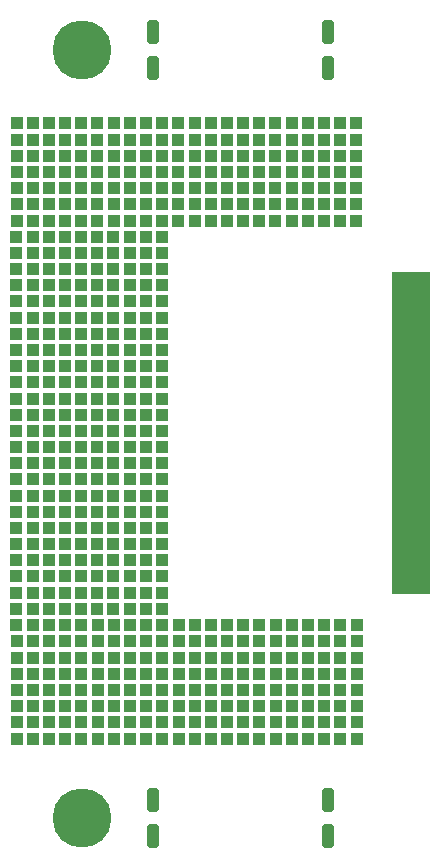
<source format=gbs>
%TF.GenerationSoftware,KiCad,Pcbnew,8.0.4*%
%TF.CreationDate,2025-01-31T00:42:38+01:00*%
%TF.ProjectId,uconsole-expansion-card-template,75636f6e-736f-46c6-952d-657870616e73,0.1*%
%TF.SameCoordinates,Original*%
%TF.FileFunction,Soldermask,Bot*%
%TF.FilePolarity,Negative*%
%FSLAX46Y46*%
G04 Gerber Fmt 4.6, Leading zero omitted, Abs format (unit mm)*
G04 Created by KiCad (PCBNEW 8.0.4) date 2025-01-31 00:42:38*
%MOMM*%
%LPD*%
G01*
G04 APERTURE LIST*
G04 Aperture macros list*
%AMRoundRect*
0 Rectangle with rounded corners*
0 $1 Rounding radius*
0 $2 $3 $4 $5 $6 $7 $8 $9 X,Y pos of 4 corners*
0 Add a 4 corners polygon primitive as box body*
4,1,4,$2,$3,$4,$5,$6,$7,$8,$9,$2,$3,0*
0 Add four circle primitives for the rounded corners*
1,1,$1+$1,$2,$3*
1,1,$1+$1,$4,$5*
1,1,$1+$1,$6,$7*
1,1,$1+$1,$8,$9*
0 Add four rect primitives between the rounded corners*
20,1,$1+$1,$2,$3,$4,$5,0*
20,1,$1+$1,$4,$5,$6,$7,0*
20,1,$1+$1,$6,$7,$8,$9,0*
20,1,$1+$1,$8,$9,$2,$3,0*%
G04 Aperture macros list end*
%ADD10C,0.100000*%
%ADD11R,1.000000X1.000000*%
%ADD12R,2.300000X0.600000*%
%ADD13C,5.000000*%
%ADD14RoundRect,0.250000X0.250000X0.750000X-0.250000X0.750000X-0.250000X-0.750000X0.250000X-0.750000X0*%
G04 APERTURE END LIST*
%TO.C,U1*%
D10*
X115380400Y-86284000D02*
X118530000Y-86284000D01*
X118530000Y-113462000D01*
X115380400Y-113462000D01*
X115380400Y-86284000D01*
G36*
X115380400Y-86284000D02*
G01*
X118530000Y-86284000D01*
X118530000Y-113462000D01*
X115380400Y-113462000D01*
X115380400Y-86284000D01*
G37*
%TD*%
D11*
%TO.C,*%
X100070000Y-125790000D03*
%TD*%
%TO.C,*%
X102810000Y-125790000D03*
%TD*%
%TO.C,*%
X98700000Y-125790000D03*
%TD*%
%TO.C,*%
X108290000Y-125790000D03*
%TD*%
%TO.C,*%
X106920000Y-125790000D03*
%TD*%
%TO.C,*%
X105550000Y-125790000D03*
%TD*%
%TO.C,*%
X104180000Y-125790000D03*
%TD*%
%TO.C,*%
X101440000Y-125790000D03*
%TD*%
%TO.C,*%
X112400000Y-124420000D03*
%TD*%
%TO.C,*%
X97330000Y-125790000D03*
%TD*%
%TO.C,*%
X95960000Y-125790000D03*
%TD*%
%TO.C,*%
X90480000Y-125790000D03*
%TD*%
%TO.C,*%
X86370000Y-125790000D03*
%TD*%
%TO.C,*%
X106920000Y-124420000D03*
%TD*%
%TO.C,*%
X111030000Y-124420000D03*
%TD*%
%TO.C,*%
X89110000Y-125790000D03*
%TD*%
%TO.C,*%
X87740000Y-125790000D03*
%TD*%
%TO.C,*%
X109660000Y-124420000D03*
%TD*%
%TO.C,*%
X105550000Y-124420000D03*
%TD*%
%TO.C,*%
X94590000Y-125790000D03*
%TD*%
%TO.C,*%
X104180000Y-124420000D03*
%TD*%
%TO.C,*%
X91850000Y-125790000D03*
%TD*%
%TO.C,*%
X108290000Y-124420000D03*
%TD*%
%TO.C,*%
X85000000Y-125790000D03*
%TD*%
%TO.C,*%
X83630000Y-125790000D03*
%TD*%
%TO.C,*%
X93220000Y-125790000D03*
%TD*%
%TO.C,*%
X101440000Y-124420000D03*
%TD*%
%TO.C,*%
X95960000Y-124420000D03*
%TD*%
%TO.C,*%
X91850000Y-124420000D03*
%TD*%
%TO.C,*%
X85000000Y-124420000D03*
%TD*%
%TO.C,*%
X106920000Y-123050000D03*
%TD*%
%TO.C,*%
X104180000Y-123050000D03*
%TD*%
%TO.C,*%
X90480000Y-124420000D03*
%TD*%
%TO.C,*%
X102810000Y-124420000D03*
%TD*%
%TO.C,*%
X98700000Y-124420000D03*
%TD*%
%TO.C,*%
X94590000Y-124420000D03*
%TD*%
%TO.C,*%
X89110000Y-124420000D03*
%TD*%
%TO.C,*%
X86370000Y-124420000D03*
%TD*%
%TO.C,*%
X83630000Y-124420000D03*
%TD*%
%TO.C,*%
X112400000Y-123050000D03*
%TD*%
%TO.C,*%
X108290000Y-123050000D03*
%TD*%
%TO.C,*%
X111030000Y-123050000D03*
%TD*%
%TO.C,*%
X105550000Y-123050000D03*
%TD*%
%TO.C,*%
X100070000Y-124420000D03*
%TD*%
%TO.C,*%
X97330000Y-124420000D03*
%TD*%
%TO.C,*%
X93220000Y-124420000D03*
%TD*%
%TO.C,*%
X87740000Y-124420000D03*
%TD*%
%TO.C,*%
X109660000Y-123050000D03*
%TD*%
%TO.C,*%
X101440000Y-123050000D03*
%TD*%
%TO.C,*%
X98700000Y-123050000D03*
%TD*%
%TO.C,*%
X94590000Y-123050000D03*
%TD*%
%TO.C,*%
X93220000Y-123050000D03*
%TD*%
%TO.C,*%
X91850000Y-123050000D03*
%TD*%
%TO.C,*%
X85000000Y-123050000D03*
%TD*%
%TO.C,*%
X102810000Y-121680000D03*
%TD*%
%TO.C,*%
X101440000Y-121680000D03*
%TD*%
%TO.C,*%
X86370000Y-123050000D03*
%TD*%
%TO.C,*%
X112400000Y-121680000D03*
%TD*%
%TO.C,*%
X104180000Y-121680000D03*
%TD*%
%TO.C,*%
X87740000Y-123050000D03*
%TD*%
%TO.C,*%
X106920000Y-121680000D03*
%TD*%
%TO.C,*%
X95960000Y-123050000D03*
%TD*%
%TO.C,*%
X89110000Y-123050000D03*
%TD*%
%TO.C,*%
X111030000Y-121680000D03*
%TD*%
%TO.C,*%
X109660000Y-121680000D03*
%TD*%
%TO.C,*%
X102810000Y-123050000D03*
%TD*%
%TO.C,*%
X100070000Y-123050000D03*
%TD*%
%TO.C,*%
X97330000Y-123050000D03*
%TD*%
%TO.C,*%
X108290000Y-121680000D03*
%TD*%
%TO.C,*%
X83630000Y-123050000D03*
%TD*%
%TO.C,*%
X90480000Y-123050000D03*
%TD*%
%TO.C,*%
X105550000Y-121680000D03*
%TD*%
%TO.C,*%
X109660000Y-125790000D03*
%TD*%
%TO.C,*%
X112400000Y-125790000D03*
%TD*%
%TO.C,*%
X111030000Y-125790000D03*
%TD*%
%TO.C,*%
X98700000Y-121680000D03*
%TD*%
%TO.C,*%
X91850000Y-121680000D03*
%TD*%
%TO.C,*%
X95960000Y-121680000D03*
%TD*%
%TO.C,*%
X94590000Y-121680000D03*
%TD*%
%TO.C,*%
X90480000Y-121680000D03*
%TD*%
%TO.C,*%
X100070000Y-121680000D03*
%TD*%
%TO.C,*%
X97330000Y-121680000D03*
%TD*%
%TO.C,*%
X93220000Y-121680000D03*
%TD*%
%TO.C,*%
X89110000Y-121680000D03*
%TD*%
%TO.C,*%
X87740000Y-121680000D03*
%TD*%
%TO.C,*%
X86370000Y-121680000D03*
%TD*%
%TO.C,*%
X112400000Y-120310000D03*
%TD*%
%TO.C,*%
X111030000Y-120310000D03*
%TD*%
%TO.C,*%
X108290000Y-120310000D03*
%TD*%
%TO.C,*%
X105550000Y-120310000D03*
%TD*%
%TO.C,*%
X90480000Y-120310000D03*
%TD*%
%TO.C,*%
X101440000Y-120310000D03*
%TD*%
%TO.C,*%
X104180000Y-120310000D03*
%TD*%
%TO.C,*%
X97330000Y-120310000D03*
%TD*%
%TO.C,*%
X89110000Y-120310000D03*
%TD*%
%TO.C,*%
X94590000Y-120310000D03*
%TD*%
%TO.C,*%
X109660000Y-120310000D03*
%TD*%
%TO.C,*%
X95960000Y-120310000D03*
%TD*%
%TO.C,*%
X86370000Y-120310000D03*
%TD*%
%TO.C,*%
X91850000Y-120310000D03*
%TD*%
%TO.C,*%
X85000000Y-121680000D03*
%TD*%
%TO.C,*%
X106920000Y-120310000D03*
%TD*%
%TO.C,*%
X100070000Y-120310000D03*
%TD*%
%TO.C,*%
X83630000Y-121680000D03*
%TD*%
%TO.C,*%
X102810000Y-120310000D03*
%TD*%
%TO.C,*%
X93220000Y-120310000D03*
%TD*%
%TO.C,*%
X87740000Y-120310000D03*
%TD*%
%TO.C,*%
X98700000Y-120310000D03*
%TD*%
%TO.C,*%
X108290000Y-118940000D03*
%TD*%
%TO.C,*%
X105550000Y-118940000D03*
%TD*%
%TO.C,*%
X98700000Y-118940000D03*
%TD*%
%TO.C,*%
X83630000Y-120310000D03*
%TD*%
%TO.C,*%
X90480000Y-118940000D03*
%TD*%
%TO.C,*%
X112400000Y-118940000D03*
%TD*%
%TO.C,*%
X111030000Y-118940000D03*
%TD*%
%TO.C,*%
X109660000Y-118940000D03*
%TD*%
%TO.C,*%
X104180000Y-118940000D03*
%TD*%
%TO.C,*%
X101440000Y-118940000D03*
%TD*%
%TO.C,*%
X94590000Y-118940000D03*
%TD*%
%TO.C,*%
X93220000Y-118940000D03*
%TD*%
%TO.C,*%
X87740000Y-118940000D03*
%TD*%
%TO.C,*%
X89110000Y-118940000D03*
%TD*%
%TO.C,*%
X106920000Y-118940000D03*
%TD*%
%TO.C,*%
X97330000Y-118940000D03*
%TD*%
%TO.C,*%
X85000000Y-120310000D03*
%TD*%
%TO.C,*%
X100070000Y-118940000D03*
%TD*%
%TO.C,*%
X91850000Y-118940000D03*
%TD*%
%TO.C,*%
X102810000Y-118940000D03*
%TD*%
%TO.C,*%
X95960000Y-118940000D03*
%TD*%
%TO.C,*%
X85000000Y-118940000D03*
%TD*%
%TO.C,*%
X100070000Y-117570000D03*
%TD*%
%TO.C,*%
X83630000Y-118940000D03*
%TD*%
%TO.C,*%
X109660000Y-117570000D03*
%TD*%
%TO.C,*%
X105550000Y-117570000D03*
%TD*%
%TO.C,*%
X101440000Y-117570000D03*
%TD*%
%TO.C,*%
X97330000Y-117570000D03*
%TD*%
%TO.C,*%
X112400000Y-117570000D03*
%TD*%
%TO.C,*%
X111030000Y-117570000D03*
%TD*%
%TO.C,*%
X108290000Y-117570000D03*
%TD*%
%TO.C,*%
X106920000Y-117570000D03*
%TD*%
%TO.C,*%
X104180000Y-117570000D03*
%TD*%
%TO.C,*%
X95960000Y-117570000D03*
%TD*%
%TO.C,*%
X102810000Y-117570000D03*
%TD*%
%TO.C,*%
X94590000Y-117570000D03*
%TD*%
%TO.C,*%
X98700000Y-117570000D03*
%TD*%
%TO.C,*%
X93220000Y-117570000D03*
%TD*%
%TO.C,*%
X86370000Y-118940000D03*
%TD*%
%TO.C,*%
X97330000Y-116200000D03*
%TD*%
%TO.C,*%
X91850000Y-116200000D03*
%TD*%
%TO.C,*%
X94590000Y-116200000D03*
%TD*%
%TO.C,*%
X86370000Y-116200000D03*
%TD*%
%TO.C,*%
X93220000Y-116200000D03*
%TD*%
%TO.C,*%
X89110000Y-116200000D03*
%TD*%
%TO.C,*%
X108290000Y-116200000D03*
%TD*%
%TO.C,*%
X106920000Y-116200000D03*
%TD*%
%TO.C,*%
X90480000Y-116200000D03*
%TD*%
%TO.C,*%
X100070000Y-116200000D03*
%TD*%
%TO.C,*%
X111030000Y-116200000D03*
%TD*%
%TO.C,*%
X105550000Y-116200000D03*
%TD*%
%TO.C,*%
X104180000Y-116200000D03*
%TD*%
%TO.C,*%
X101440000Y-116200000D03*
%TD*%
%TO.C,*%
X87740000Y-116200000D03*
%TD*%
%TO.C,*%
X109660000Y-116200000D03*
%TD*%
%TO.C,*%
X102810000Y-116200000D03*
%TD*%
%TO.C,*%
X98700000Y-116200000D03*
%TD*%
%TO.C,*%
X95960000Y-116200000D03*
%TD*%
%TO.C,*%
X85000000Y-116200000D03*
%TD*%
%TO.C,*%
X91850000Y-117570000D03*
%TD*%
%TO.C,*%
X90480000Y-117570000D03*
%TD*%
%TO.C,*%
X89110000Y-117570000D03*
%TD*%
%TO.C,*%
X87740000Y-117570000D03*
%TD*%
%TO.C,*%
X86370000Y-117570000D03*
%TD*%
%TO.C,*%
X83630000Y-117570000D03*
%TD*%
%TO.C,*%
X85000000Y-117570000D03*
%TD*%
%TO.C,*%
X112400000Y-116200000D03*
%TD*%
%TO.C,*%
X95930000Y-114810000D03*
%TD*%
%TO.C,*%
X94560000Y-114810000D03*
%TD*%
%TO.C,*%
X93190000Y-114810000D03*
%TD*%
%TO.C,*%
X91820000Y-114810000D03*
%TD*%
%TO.C,*%
X90450000Y-114810000D03*
%TD*%
%TO.C,*%
X89080000Y-114810000D03*
%TD*%
%TO.C,*%
X87710000Y-114810000D03*
%TD*%
%TO.C,*%
X86340000Y-114810000D03*
%TD*%
%TO.C,*%
X84970000Y-114810000D03*
%TD*%
%TO.C,*%
X83600000Y-114810000D03*
%TD*%
%TO.C,*%
X95930000Y-113440000D03*
%TD*%
%TO.C,*%
X94560000Y-113440000D03*
%TD*%
%TO.C,*%
X93190000Y-113440000D03*
%TD*%
%TO.C,*%
X91820000Y-113440000D03*
%TD*%
%TO.C,*%
X90450000Y-113440000D03*
%TD*%
%TO.C,*%
X89080000Y-113440000D03*
%TD*%
%TO.C,*%
X87710000Y-113440000D03*
%TD*%
%TO.C,*%
X86340000Y-113440000D03*
%TD*%
%TO.C,*%
X84970000Y-113440000D03*
%TD*%
%TO.C,*%
X83600000Y-113440000D03*
%TD*%
%TO.C,*%
X95930000Y-112070000D03*
%TD*%
%TO.C,*%
X94560000Y-112070000D03*
%TD*%
%TO.C,*%
X93190000Y-112070000D03*
%TD*%
%TO.C,*%
X91820000Y-112070000D03*
%TD*%
%TO.C,*%
X90450000Y-112070000D03*
%TD*%
%TO.C,*%
X89080000Y-112070000D03*
%TD*%
%TO.C,*%
X87710000Y-112070000D03*
%TD*%
%TO.C,*%
X86340000Y-112070000D03*
%TD*%
%TO.C,*%
X84970000Y-112070000D03*
%TD*%
%TO.C,*%
X83600000Y-112070000D03*
%TD*%
%TO.C,*%
X95930000Y-110700000D03*
%TD*%
%TO.C,*%
X94560000Y-110700000D03*
%TD*%
%TO.C,*%
X93190000Y-110700000D03*
%TD*%
%TO.C,*%
X91820000Y-110700000D03*
%TD*%
%TO.C,*%
X90450000Y-110700000D03*
%TD*%
%TO.C,*%
X89080000Y-110700000D03*
%TD*%
%TO.C,*%
X87710000Y-110700000D03*
%TD*%
%TO.C,*%
X86340000Y-110700000D03*
%TD*%
%TO.C,*%
X84970000Y-110700000D03*
%TD*%
%TO.C,*%
X83600000Y-110700000D03*
%TD*%
%TO.C,*%
X95930000Y-109330000D03*
%TD*%
%TO.C,*%
X94560000Y-109330000D03*
%TD*%
%TO.C,*%
X93190000Y-109330000D03*
%TD*%
%TO.C,*%
X91820000Y-109330000D03*
%TD*%
%TO.C,*%
X90450000Y-109330000D03*
%TD*%
%TO.C,*%
X89080000Y-109330000D03*
%TD*%
%TO.C,*%
X87710000Y-109330000D03*
%TD*%
%TO.C,*%
X86340000Y-109330000D03*
%TD*%
%TO.C,*%
X84970000Y-109330000D03*
%TD*%
%TO.C,*%
X83600000Y-109330000D03*
%TD*%
%TO.C,*%
X95930000Y-107960000D03*
%TD*%
%TO.C,*%
X94560000Y-107960000D03*
%TD*%
%TO.C,*%
X93190000Y-107960000D03*
%TD*%
%TO.C,*%
X91820000Y-107960000D03*
%TD*%
%TO.C,*%
X90450000Y-107960000D03*
%TD*%
%TO.C,*%
X89080000Y-107960000D03*
%TD*%
%TO.C,*%
X87710000Y-107960000D03*
%TD*%
%TO.C,*%
X86340000Y-107960000D03*
%TD*%
%TO.C,*%
X84970000Y-107960000D03*
%TD*%
%TO.C,*%
X83600000Y-107960000D03*
%TD*%
%TO.C,*%
X95930000Y-106590000D03*
%TD*%
%TO.C,*%
X94560000Y-106590000D03*
%TD*%
%TO.C,*%
X93190000Y-106590000D03*
%TD*%
%TO.C,*%
X91820000Y-106590000D03*
%TD*%
%TO.C,*%
X90450000Y-106590000D03*
%TD*%
%TO.C,*%
X89080000Y-106590000D03*
%TD*%
%TO.C,*%
X87710000Y-106590000D03*
%TD*%
%TO.C,*%
X86340000Y-106590000D03*
%TD*%
%TO.C,*%
X84970000Y-106590000D03*
%TD*%
%TO.C,*%
X83600000Y-106590000D03*
%TD*%
%TO.C,*%
X95930000Y-105220000D03*
%TD*%
%TO.C,*%
X94560000Y-105220000D03*
%TD*%
%TO.C,*%
X93190000Y-105220000D03*
%TD*%
%TO.C,*%
X91820000Y-105220000D03*
%TD*%
%TO.C,*%
X90450000Y-105220000D03*
%TD*%
%TO.C,*%
X89080000Y-105220000D03*
%TD*%
%TO.C,*%
X87710000Y-105220000D03*
%TD*%
%TO.C,*%
X86340000Y-105220000D03*
%TD*%
%TO.C,*%
X84970000Y-105220000D03*
%TD*%
%TO.C,*%
X83600000Y-105220000D03*
%TD*%
%TO.C,*%
X95930000Y-103850000D03*
%TD*%
%TO.C,*%
X94560000Y-103850000D03*
%TD*%
%TO.C,*%
X93190000Y-103850000D03*
%TD*%
%TO.C,*%
X91820000Y-103850000D03*
%TD*%
%TO.C,*%
X90450000Y-103850000D03*
%TD*%
%TO.C,*%
X89080000Y-103850000D03*
%TD*%
%TO.C,*%
X87710000Y-103850000D03*
%TD*%
%TO.C,*%
X86340000Y-103850000D03*
%TD*%
%TO.C,*%
X84970000Y-103850000D03*
%TD*%
%TO.C,*%
X83600000Y-103850000D03*
%TD*%
%TO.C,*%
X95930000Y-102480000D03*
%TD*%
%TO.C,*%
X94560000Y-102480000D03*
%TD*%
%TO.C,*%
X93190000Y-102480000D03*
%TD*%
%TO.C,*%
X91820000Y-102480000D03*
%TD*%
%TO.C,*%
X90450000Y-102480000D03*
%TD*%
%TO.C,*%
X89080000Y-102480000D03*
%TD*%
%TO.C,*%
X87710000Y-102480000D03*
%TD*%
%TO.C,*%
X86340000Y-102480000D03*
%TD*%
%TO.C,*%
X84970000Y-102480000D03*
%TD*%
%TO.C,*%
X83600000Y-102480000D03*
%TD*%
%TO.C,*%
X95930000Y-101110000D03*
%TD*%
%TO.C,*%
X94560000Y-101110000D03*
%TD*%
%TO.C,*%
X93190000Y-101110000D03*
%TD*%
%TO.C,*%
X91820000Y-101110000D03*
%TD*%
%TO.C,*%
X90450000Y-101110000D03*
%TD*%
%TO.C,*%
X89080000Y-101110000D03*
%TD*%
%TO.C,*%
X87710000Y-101110000D03*
%TD*%
%TO.C,*%
X86340000Y-101110000D03*
%TD*%
%TO.C,*%
X84970000Y-101110000D03*
%TD*%
%TO.C,*%
X83600000Y-101110000D03*
%TD*%
%TO.C,*%
X95930000Y-99740000D03*
%TD*%
%TO.C,*%
X94560000Y-99740000D03*
%TD*%
%TO.C,*%
X93190000Y-99740000D03*
%TD*%
%TO.C,*%
X91820000Y-99740000D03*
%TD*%
%TO.C,*%
X90450000Y-99740000D03*
%TD*%
%TO.C,*%
X89080000Y-99740000D03*
%TD*%
%TO.C,*%
X87710000Y-99740000D03*
%TD*%
%TO.C,*%
X86340000Y-99740000D03*
%TD*%
%TO.C,*%
X84970000Y-99740000D03*
%TD*%
%TO.C,*%
X83600000Y-99740000D03*
%TD*%
%TO.C,*%
X95930000Y-98370000D03*
%TD*%
%TO.C,*%
X94560000Y-98370000D03*
%TD*%
%TO.C,*%
X93190000Y-98370000D03*
%TD*%
%TO.C,*%
X91820000Y-98370000D03*
%TD*%
%TO.C,*%
X90450000Y-98370000D03*
%TD*%
%TO.C,*%
X89080000Y-98370000D03*
%TD*%
%TO.C,*%
X87710000Y-98370000D03*
%TD*%
%TO.C,*%
X86340000Y-98370000D03*
%TD*%
%TO.C,*%
X84970000Y-98370000D03*
%TD*%
%TO.C,*%
X83600000Y-98370000D03*
%TD*%
%TO.C,*%
X95930000Y-97000000D03*
%TD*%
%TO.C,*%
X94560000Y-97000000D03*
%TD*%
%TO.C,*%
X93190000Y-97000000D03*
%TD*%
%TO.C,*%
X91820000Y-97000000D03*
%TD*%
%TO.C,*%
X90450000Y-97000000D03*
%TD*%
%TO.C,*%
X89080000Y-97000000D03*
%TD*%
%TO.C,*%
X87710000Y-97000000D03*
%TD*%
%TO.C,*%
X86340000Y-97000000D03*
%TD*%
%TO.C,*%
X84970000Y-97000000D03*
%TD*%
%TO.C,*%
X83600000Y-97000000D03*
%TD*%
%TO.C,*%
X95930000Y-95630000D03*
%TD*%
%TO.C,*%
X94560000Y-95630000D03*
%TD*%
%TO.C,*%
X93190000Y-95630000D03*
%TD*%
%TO.C,*%
X91820000Y-95630000D03*
%TD*%
%TO.C,*%
X90450000Y-95630000D03*
%TD*%
%TO.C,*%
X89080000Y-95630000D03*
%TD*%
%TO.C,*%
X87710000Y-95630000D03*
%TD*%
%TO.C,*%
X86340000Y-95630000D03*
%TD*%
%TO.C,*%
X84970000Y-95630000D03*
%TD*%
%TO.C,*%
X83600000Y-95630000D03*
%TD*%
%TO.C,*%
X95930000Y-94260000D03*
%TD*%
%TO.C,*%
X94560000Y-94260000D03*
%TD*%
%TO.C,*%
X93190000Y-94260000D03*
%TD*%
%TO.C,*%
X91820000Y-94260000D03*
%TD*%
%TO.C,*%
X90450000Y-94260000D03*
%TD*%
%TO.C,*%
X89080000Y-94260000D03*
%TD*%
%TO.C,*%
X87710000Y-94260000D03*
%TD*%
%TO.C,*%
X86340000Y-94260000D03*
%TD*%
%TO.C,*%
X84970000Y-94260000D03*
%TD*%
%TO.C,*%
X83600000Y-94260000D03*
%TD*%
%TO.C,*%
X95930000Y-92890000D03*
%TD*%
%TO.C,*%
X94560000Y-92890000D03*
%TD*%
%TO.C,*%
X93190000Y-92890000D03*
%TD*%
%TO.C,*%
X91820000Y-92890000D03*
%TD*%
%TO.C,*%
X90450000Y-92890000D03*
%TD*%
%TO.C,*%
X89080000Y-92890000D03*
%TD*%
%TO.C,*%
X87710000Y-92890000D03*
%TD*%
%TO.C,*%
X86340000Y-92890000D03*
%TD*%
%TO.C,*%
X84970000Y-92890000D03*
%TD*%
%TO.C,*%
X83600000Y-92890000D03*
%TD*%
%TO.C,*%
X95930000Y-91520000D03*
%TD*%
%TO.C,*%
X94560000Y-91520000D03*
%TD*%
%TO.C,*%
X93190000Y-91520000D03*
%TD*%
%TO.C,*%
X91820000Y-91520000D03*
%TD*%
%TO.C,*%
X90450000Y-91520000D03*
%TD*%
%TO.C,*%
X89080000Y-91520000D03*
%TD*%
%TO.C,*%
X87710000Y-91520000D03*
%TD*%
%TO.C,*%
X86340000Y-91520000D03*
%TD*%
%TO.C,*%
X84970000Y-91520000D03*
%TD*%
%TO.C,*%
X83600000Y-91520000D03*
%TD*%
%TO.C,*%
X95930000Y-90150000D03*
%TD*%
%TO.C,*%
X94560000Y-90150000D03*
%TD*%
%TO.C,*%
X93190000Y-90150000D03*
%TD*%
%TO.C,*%
X91820000Y-90150000D03*
%TD*%
%TO.C,*%
X90450000Y-90150000D03*
%TD*%
%TO.C,*%
X89080000Y-90150000D03*
%TD*%
%TO.C,*%
X87710000Y-90150000D03*
%TD*%
%TO.C,*%
X86340000Y-90150000D03*
%TD*%
%TO.C,*%
X84970000Y-90150000D03*
%TD*%
%TO.C,*%
X83600000Y-90150000D03*
%TD*%
%TO.C,*%
X95930000Y-88780000D03*
%TD*%
%TO.C,*%
X94560000Y-88780000D03*
%TD*%
%TO.C,*%
X93190000Y-88780000D03*
%TD*%
%TO.C,*%
X91820000Y-88780000D03*
%TD*%
%TO.C,*%
X90450000Y-88780000D03*
%TD*%
%TO.C,*%
X89080000Y-88780000D03*
%TD*%
%TO.C,*%
X87710000Y-88780000D03*
%TD*%
%TO.C,*%
X86340000Y-88780000D03*
%TD*%
%TO.C,*%
X84970000Y-88780000D03*
%TD*%
%TO.C,*%
X83600000Y-88780000D03*
%TD*%
%TO.C,*%
X95930000Y-87410000D03*
%TD*%
%TO.C,*%
X94560000Y-87410000D03*
%TD*%
%TO.C,*%
X93190000Y-87410000D03*
%TD*%
%TO.C,*%
X91820000Y-87410000D03*
%TD*%
%TO.C,*%
X90450000Y-87410000D03*
%TD*%
%TO.C,*%
X89080000Y-87410000D03*
%TD*%
%TO.C,*%
X87710000Y-87410000D03*
%TD*%
%TO.C,*%
X86340000Y-87410000D03*
%TD*%
%TO.C,*%
X84970000Y-87410000D03*
%TD*%
%TO.C,*%
X83600000Y-87410000D03*
%TD*%
%TO.C,*%
X95930000Y-86040000D03*
%TD*%
%TO.C,*%
X94560000Y-86040000D03*
%TD*%
%TO.C,*%
X93190000Y-86040000D03*
%TD*%
%TO.C,*%
X91820000Y-86040000D03*
%TD*%
%TO.C,*%
X90450000Y-86040000D03*
%TD*%
%TO.C,*%
X89080000Y-86040000D03*
%TD*%
%TO.C,*%
X87710000Y-86040000D03*
%TD*%
%TO.C,*%
X86340000Y-86040000D03*
%TD*%
%TO.C,*%
X84970000Y-86040000D03*
%TD*%
%TO.C,*%
X83600000Y-86040000D03*
%TD*%
%TO.C,*%
X95930000Y-84670000D03*
%TD*%
%TO.C,*%
X94560000Y-84670000D03*
%TD*%
%TO.C,*%
X93190000Y-84670000D03*
%TD*%
%TO.C,*%
X91820000Y-84670000D03*
%TD*%
%TO.C,*%
X90450000Y-84670000D03*
%TD*%
%TO.C,*%
X89080000Y-84670000D03*
%TD*%
%TO.C,*%
X87710000Y-84670000D03*
%TD*%
%TO.C,*%
X86340000Y-84670000D03*
%TD*%
%TO.C,*%
X84970000Y-84670000D03*
%TD*%
%TO.C,*%
X83600000Y-84670000D03*
%TD*%
%TO.C,*%
X95930000Y-83300000D03*
%TD*%
%TO.C,*%
X94560000Y-83300000D03*
%TD*%
%TO.C,*%
X93190000Y-83300000D03*
%TD*%
%TO.C,*%
X91820000Y-83300000D03*
%TD*%
%TO.C,*%
X90450000Y-83300000D03*
%TD*%
%TO.C,*%
X89080000Y-83300000D03*
%TD*%
%TO.C,*%
X87710000Y-83300000D03*
%TD*%
%TO.C,*%
X86340000Y-83300000D03*
%TD*%
%TO.C,*%
X84970000Y-83300000D03*
%TD*%
%TO.C,*%
X83600000Y-83300000D03*
%TD*%
%TO.C,*%
X112387000Y-81931000D03*
%TD*%
%TO.C,*%
X111017000Y-81931000D03*
%TD*%
%TO.C,*%
X109647000Y-81931000D03*
%TD*%
%TO.C,*%
X108277000Y-81931000D03*
%TD*%
%TO.C,*%
X106907000Y-81931000D03*
%TD*%
%TO.C,*%
X105537000Y-81931000D03*
%TD*%
%TO.C,*%
X104167000Y-81931000D03*
%TD*%
%TO.C,*%
X102797000Y-81931000D03*
%TD*%
%TO.C,*%
X101427000Y-81931000D03*
%TD*%
%TO.C,*%
X100057000Y-81931000D03*
%TD*%
%TO.C,*%
X98687000Y-81931000D03*
%TD*%
%TO.C,*%
X97317000Y-81931000D03*
%TD*%
%TO.C,*%
X95947000Y-81931000D03*
%TD*%
%TO.C,*%
X94577000Y-81931000D03*
%TD*%
%TO.C,*%
X93207000Y-81931000D03*
%TD*%
%TO.C,*%
X91837000Y-81931000D03*
%TD*%
%TO.C,*%
X90467000Y-81931000D03*
%TD*%
%TO.C,*%
X89097000Y-81931000D03*
%TD*%
%TO.C,*%
X87727000Y-81931000D03*
%TD*%
%TO.C,*%
X86357000Y-81931000D03*
%TD*%
%TO.C,*%
X84987000Y-81931000D03*
%TD*%
%TO.C,*%
X83617000Y-81931000D03*
%TD*%
%TO.C,*%
X112387000Y-80561000D03*
%TD*%
%TO.C,*%
X111017000Y-80561000D03*
%TD*%
%TO.C,*%
X109647000Y-80561000D03*
%TD*%
%TO.C,*%
X108277000Y-80561000D03*
%TD*%
%TO.C,*%
X106907000Y-80561000D03*
%TD*%
%TO.C,*%
X105537000Y-80561000D03*
%TD*%
%TO.C,*%
X104167000Y-80561000D03*
%TD*%
%TO.C,*%
X102797000Y-80561000D03*
%TD*%
%TO.C,*%
X101427000Y-80561000D03*
%TD*%
%TO.C,*%
X100057000Y-80561000D03*
%TD*%
%TO.C,*%
X98687000Y-80561000D03*
%TD*%
%TO.C,*%
X97317000Y-80561000D03*
%TD*%
%TO.C,*%
X95947000Y-80561000D03*
%TD*%
%TO.C,*%
X94577000Y-80561000D03*
%TD*%
%TO.C,*%
X93207000Y-80561000D03*
%TD*%
%TO.C,*%
X91837000Y-80561000D03*
%TD*%
%TO.C,*%
X90467000Y-80561000D03*
%TD*%
%TO.C,*%
X89097000Y-80561000D03*
%TD*%
%TO.C,*%
X87727000Y-80561000D03*
%TD*%
%TO.C,*%
X86357000Y-80561000D03*
%TD*%
%TO.C,*%
X84987000Y-80561000D03*
%TD*%
%TO.C,*%
X83617000Y-80561000D03*
%TD*%
%TO.C,*%
X112387000Y-79191000D03*
%TD*%
%TO.C,*%
X111017000Y-79191000D03*
%TD*%
%TO.C,*%
X109647000Y-79191000D03*
%TD*%
%TO.C,*%
X108277000Y-79191000D03*
%TD*%
%TO.C,*%
X106907000Y-79191000D03*
%TD*%
%TO.C,*%
X105537000Y-79191000D03*
%TD*%
%TO.C,*%
X104167000Y-79191000D03*
%TD*%
%TO.C,*%
X102797000Y-79191000D03*
%TD*%
%TO.C,*%
X101427000Y-79191000D03*
%TD*%
%TO.C,*%
X100057000Y-79191000D03*
%TD*%
%TO.C,*%
X98687000Y-79191000D03*
%TD*%
%TO.C,*%
X97317000Y-79191000D03*
%TD*%
%TO.C,*%
X95947000Y-79191000D03*
%TD*%
%TO.C,*%
X94577000Y-79191000D03*
%TD*%
%TO.C,*%
X93207000Y-79191000D03*
%TD*%
%TO.C,*%
X91837000Y-79191000D03*
%TD*%
%TO.C,*%
X90467000Y-79191000D03*
%TD*%
%TO.C,*%
X89097000Y-79191000D03*
%TD*%
%TO.C,*%
X87727000Y-79191000D03*
%TD*%
%TO.C,*%
X86357000Y-79191000D03*
%TD*%
%TO.C,*%
X84987000Y-79191000D03*
%TD*%
%TO.C,*%
X83617000Y-79191000D03*
%TD*%
%TO.C,*%
X112387000Y-77821000D03*
%TD*%
%TO.C,*%
X111017000Y-77821000D03*
%TD*%
%TO.C,*%
X109647000Y-77821000D03*
%TD*%
%TO.C,*%
X108277000Y-77821000D03*
%TD*%
%TO.C,*%
X106907000Y-77821000D03*
%TD*%
%TO.C,*%
X105537000Y-77821000D03*
%TD*%
%TO.C,*%
X104167000Y-77821000D03*
%TD*%
%TO.C,*%
X102797000Y-77821000D03*
%TD*%
%TO.C,*%
X101427000Y-77821000D03*
%TD*%
%TO.C,*%
X100057000Y-77821000D03*
%TD*%
%TO.C,*%
X98687000Y-77821000D03*
%TD*%
%TO.C,*%
X97317000Y-77821000D03*
%TD*%
%TO.C,*%
X95947000Y-77821000D03*
%TD*%
%TO.C,*%
X94577000Y-77821000D03*
%TD*%
%TO.C,*%
X93207000Y-77821000D03*
%TD*%
%TO.C,*%
X91837000Y-77821000D03*
%TD*%
%TO.C,*%
X90467000Y-77821000D03*
%TD*%
%TO.C,*%
X89097000Y-77821000D03*
%TD*%
%TO.C,*%
X87727000Y-77821000D03*
%TD*%
%TO.C,*%
X86357000Y-77821000D03*
%TD*%
%TO.C,*%
X84987000Y-77821000D03*
%TD*%
%TO.C,*%
X83617000Y-77821000D03*
%TD*%
%TO.C,*%
X112387000Y-76451000D03*
%TD*%
%TO.C,*%
X111017000Y-76451000D03*
%TD*%
%TO.C,*%
X109647000Y-76451000D03*
%TD*%
%TO.C,*%
X108277000Y-76451000D03*
%TD*%
%TO.C,*%
X106907000Y-76451000D03*
%TD*%
%TO.C,*%
X105537000Y-76451000D03*
%TD*%
%TO.C,*%
X104167000Y-76451000D03*
%TD*%
%TO.C,*%
X102797000Y-76451000D03*
%TD*%
%TO.C,*%
X101427000Y-76451000D03*
%TD*%
%TO.C,*%
X100057000Y-76451000D03*
%TD*%
%TO.C,*%
X98687000Y-76451000D03*
%TD*%
%TO.C,*%
X97317000Y-76451000D03*
%TD*%
%TO.C,*%
X95947000Y-76451000D03*
%TD*%
%TO.C,*%
X94577000Y-76451000D03*
%TD*%
%TO.C,*%
X93207000Y-76451000D03*
%TD*%
%TO.C,*%
X91837000Y-76451000D03*
%TD*%
%TO.C,*%
X90467000Y-76451000D03*
%TD*%
%TO.C,*%
X89097000Y-76451000D03*
%TD*%
%TO.C,*%
X87727000Y-76451000D03*
%TD*%
%TO.C,*%
X86357000Y-76451000D03*
%TD*%
%TO.C,*%
X84987000Y-76451000D03*
%TD*%
%TO.C,*%
X83617000Y-76451000D03*
%TD*%
%TO.C,*%
X112387000Y-75081000D03*
%TD*%
%TO.C,*%
X111017000Y-75081000D03*
%TD*%
%TO.C,*%
X109647000Y-75081000D03*
%TD*%
%TO.C,*%
X108277000Y-75081000D03*
%TD*%
%TO.C,*%
X106907000Y-75081000D03*
%TD*%
%TO.C,*%
X105537000Y-75081000D03*
%TD*%
%TO.C,*%
X104167000Y-75081000D03*
%TD*%
%TO.C,*%
X102797000Y-75081000D03*
%TD*%
%TO.C,*%
X101427000Y-75081000D03*
%TD*%
%TO.C,*%
X100057000Y-75081000D03*
%TD*%
%TO.C,*%
X98687000Y-75081000D03*
%TD*%
%TO.C,*%
X97317000Y-75081000D03*
%TD*%
%TO.C,*%
X95947000Y-75081000D03*
%TD*%
%TO.C,*%
X94577000Y-75081000D03*
%TD*%
%TO.C,*%
X93207000Y-75081000D03*
%TD*%
%TO.C,*%
X91837000Y-75081000D03*
%TD*%
%TO.C,*%
X90467000Y-75081000D03*
%TD*%
%TO.C,*%
X89097000Y-75081000D03*
%TD*%
%TO.C,*%
X87727000Y-75081000D03*
%TD*%
%TO.C,*%
X86357000Y-75081000D03*
%TD*%
%TO.C,*%
X84987000Y-75081000D03*
%TD*%
%TO.C,*%
X83617000Y-75081000D03*
%TD*%
%TO.C,*%
X112387000Y-73711000D03*
%TD*%
%TO.C,*%
X111017000Y-73711000D03*
%TD*%
%TO.C,*%
X109647000Y-73711000D03*
%TD*%
%TO.C,*%
X108277000Y-73711000D03*
%TD*%
%TO.C,*%
X106907000Y-73711000D03*
%TD*%
%TO.C,*%
X105537000Y-73711000D03*
%TD*%
%TO.C,*%
X104167000Y-73711000D03*
%TD*%
%TO.C,*%
X102797000Y-73711000D03*
%TD*%
%TO.C,*%
X101427000Y-73711000D03*
%TD*%
%TO.C,*%
X100057000Y-73711000D03*
%TD*%
%TO.C,*%
X98687000Y-73711000D03*
%TD*%
%TO.C,*%
X97317000Y-73711000D03*
%TD*%
%TO.C,*%
X95947000Y-73711000D03*
%TD*%
%TO.C,*%
X94577000Y-73711000D03*
%TD*%
%TO.C,*%
X93207000Y-73711000D03*
%TD*%
%TO.C,*%
X91837000Y-73711000D03*
%TD*%
%TO.C,*%
X90467000Y-73711000D03*
%TD*%
%TO.C,*%
X89097000Y-73711000D03*
%TD*%
%TO.C,*%
X87727000Y-73711000D03*
%TD*%
%TO.C,*%
X86357000Y-73711000D03*
%TD*%
%TO.C,*%
X84987000Y-73711000D03*
%TD*%
%TO.C,*%
X83617000Y-73711000D03*
%TD*%
D12*
%TO.C,U1*%
X116485000Y-111380000D03*
X116485000Y-110580000D03*
X116485000Y-109780000D03*
X116485000Y-108980000D03*
X116485000Y-108180000D03*
X116485000Y-107380000D03*
X116485000Y-106580000D03*
X116485000Y-105780000D03*
X116485000Y-101780000D03*
X116485000Y-100980000D03*
X116485000Y-100180000D03*
X116485000Y-99380000D03*
X116485000Y-98580000D03*
X116485000Y-97780000D03*
X116485000Y-96980000D03*
X116485000Y-96180000D03*
X116485000Y-95380000D03*
X116485000Y-94580000D03*
X116485000Y-93780000D03*
X116485000Y-92980000D03*
X116485000Y-92180000D03*
X116485000Y-91380000D03*
X116485000Y-90580000D03*
X116485000Y-89780000D03*
X116485000Y-88980000D03*
X116485000Y-88180000D03*
%TD*%
D13*
%TO.C,H2*%
X89115000Y-132500000D03*
%TD*%
D14*
%TO.C,U3*%
X109965000Y-131000000D03*
X109965000Y-134000000D03*
X95195000Y-134000000D03*
X95195000Y-131000000D03*
%TD*%
%TO.C,U2*%
X109965000Y-66000000D03*
X109965000Y-69000000D03*
X95195000Y-69000000D03*
X95195000Y-66000000D03*
%TD*%
D13*
%TO.C,H1*%
X89128800Y-67488000D03*
%TD*%
D11*
%TO.C,*%
X83600000Y-116200000D03*
%TD*%
M02*

</source>
